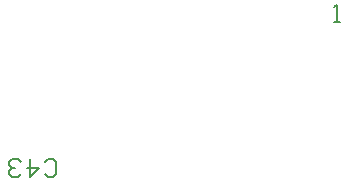
<source format=gbr>
G04*
G04 #@! TF.GenerationSoftware,Altium Limited,Altium Designer,22.9.1 (49)*
G04*
G04 Layer_Color=16711935*
%FSTAX24Y24*%
%MOIN*%
G70*
G04*
G04 #@! TF.SameCoordinates,D3726A14-7932-4F0B-9928-97F3702F6CAB*
G04*
G04*
G04 #@! TF.FilePolarity,Positive*
G04*
G01*
G75*
%ADD77C,0.0059*%
D77*
X022502Y030155D02*
X022698D01*
X0226D01*
Y030745D01*
X022502Y030647D01*
X012844Y025103D02*
X012942Y025005D01*
X013139D01*
X013237Y025103D01*
Y025497D01*
X013139Y025595D01*
X012942D01*
X012844Y025497D01*
X012352Y025595D02*
Y025005D01*
X012647Y0253D01*
X012253D01*
X012056Y025103D02*
X011958Y025005D01*
X011761D01*
X011663Y025103D01*
Y025202D01*
X011761Y0253D01*
X01186D01*
X011761D01*
X011663Y025398D01*
Y025497D01*
X011761Y025595D01*
X011958D01*
X012056Y025497D01*
M02*

</source>
